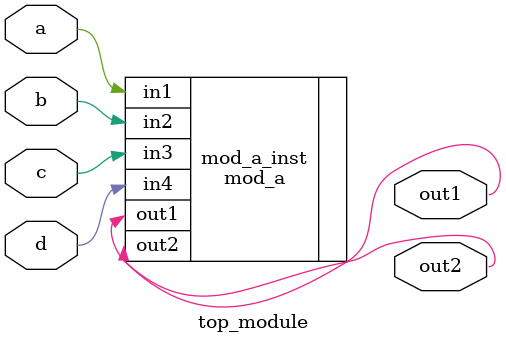
<source format=v>
module top_module ( 
    input  a, 
    input  b, 
    input  c,
    input  d,
    output out1,
    output out2
);

mod_a mod_a_inst(
     .in1   (a)
    ,.in2   (b)
    ,.in3   (c)
    ,.in4   (d)
    ,.out1  (out1)
    ,.out2  (out2)
);

endmodule

</source>
